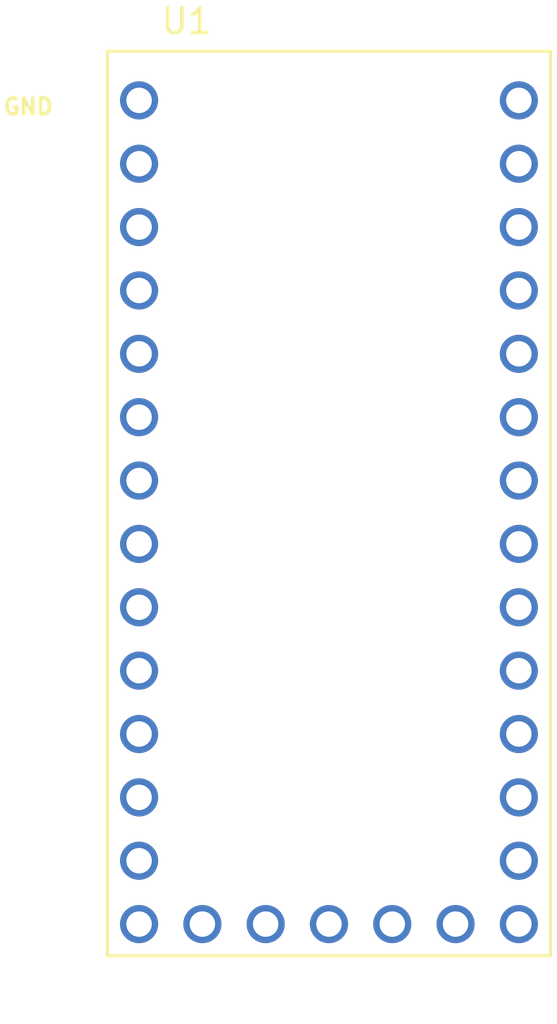
<source format=kicad_pcb>
(kicad_pcb (version 20211014) (generator pcbnew)
  (layers (0 "F.Cu" signal) (31 "B.Cu" signal) (34 "B.Paste" user) (35 "F.Paste" user) (36 "B.SilkS" user "B.Silkscreen") (37 "F.SilkS" user "F.Silkscreen") (38 "B.Mask" user) (39 "F.Mask" user) (44 "Edge.Cuts" user))
  (net 0 "")
  (footprint "DEV-15583:MODULE_DEV-15583" (layer "F.Cu") (at 135 106)
    (fp_text reference "U1" (at -5.715 -19.685) (layer "F.SilkS"))
    (fp_text value "DEV-15583")
    (fp_text user "GND" (at -12.065 -16.256) (layer "F.SilkS") (effects (font (size 0.64 0.64))))
    (fp_line (start -8.89 -18.48) (end 8.89 -18.48) (layer "F.SilkS") (width 0.127))
    (fp_line (start 8.89 -18.48) (end 8.89 17.78) (layer "F.SilkS") (width 0.127))
    (fp_line (start -8.89 17.78) (end -8.89 -18.48) (layer "F.SilkS") (width 0.127))
    (fp_line (start 8.89 17.78) (end -8.89 17.78) (layer "F.SilkS") (width 0.127))
    (pad "0" thru_hole circle locked (at -7.62 -13.97) (size 1.53 1.53) (drill 1.02) (layers *.Cu *.Mask))
    (pad "1" thru_hole circle locked (at -7.62 -11.43) (size 1.53 1.53) (drill 1.02) (layers *.Cu *.Mask))
    (pad "2" thru_hole circle locked (at -7.62 -8.89) (size 1.53 1.53) (drill 1.02) (layers *.Cu *.Mask))
    (pad "3" thru_hole circle locked (at -7.62 -6.35) (size 1.53 1.53) (drill 1.02) (layers *.Cu *.Mask))
    (pad "3.3V_1" thru_hole circle locked (at -2.54 16.51) (size 1.53 1.53) (drill 1.02) (layers *.Cu *.Mask))
    (pad "3.3V_2" thru_hole circle locked (at 7.62 -11.43) (size 1.53 1.53) (drill 1.02) (layers *.Cu *.Mask))
    (pad "4" thru_hole circle locked (at -7.62 -3.81) (size 1.53 1.53) (drill 1.02) (layers *.Cu *.Mask))
    (pad "5" thru_hole circle locked (at -7.62 -1.27) (size 1.53 1.53) (drill 1.02) (layers *.Cu *.Mask))
    (pad "6" thru_hole circle locked (at -7.62 1.27) (size 1.53 1.53) (drill 1.02) (layers *.Cu *.Mask))
    (pad "7" thru_hole circle locked (at -7.62 3.81) (size 1.53 1.53) (drill 1.02) (layers *.Cu *.Mask))
    (pad "8" thru_hole circle locked (at -7.62 6.35) (size 1.53 1.53) (drill 1.02) (layers *.Cu *.Mask))
    (pad "9" thru_hole circle locked (at -7.62 8.89) (size 1.53 1.53) (drill 1.02) (layers *.Cu *.Mask))
    (pad "10" thru_hole circle locked (at -7.62 11.43) (size 1.53 1.53) (drill 1.02) (layers *.Cu *.Mask))
    (pad "11" thru_hole circle locked (at -7.62 13.97) (size 1.53 1.53) (drill 1.02) (layers *.Cu *.Mask))
    (pad "12" thru_hole circle locked (at -7.62 16.51) (size 1.53 1.53) (drill 1.02) (layers *.Cu *.Mask))
    (pad "13" thru_hole circle locked (at 7.62 16.51) (size 1.53 1.53) (drill 1.02) (layers *.Cu *.Mask))
    (pad "14" thru_hole circle locked (at 7.62 13.97) (size 1.53 1.53) (drill 1.02) (layers *.Cu *.Mask))
    (pad "15" thru_hole circle locked (at 7.62 11.43) (size 1.53 1.53) (drill 1.02) (layers *.Cu *.Mask))
    (pad "16" thru_hole circle locked (at 7.62 8.89) (size 1.53 1.53) (drill 1.02) (layers *.Cu *.Mask))
    (pad "17" thru_hole circle locked (at 7.62 6.35) (size 1.53 1.53) (drill 1.02) (layers *.Cu *.Mask))
    (pad "18" thru_hole circle locked (at 7.62 3.81) (size 1.53 1.53) (drill 1.02) (layers *.Cu *.Mask))
    (pad "19" thru_hole circle locked (at 7.62 1.27) (size 1.53 1.53) (drill 1.02) (layers *.Cu *.Mask))
    (pad "20" thru_hole circle locked (at 7.62 -1.27) (size 1.53 1.53) (drill 1.02) (layers *.Cu *.Mask))
    (pad "21" thru_hole circle locked (at 7.62 -3.81) (size 1.53 1.53) (drill 1.02) (layers *.Cu *.Mask))
    (pad "22" thru_hole circle locked (at 7.62 -6.35) (size 1.53 1.53) (drill 1.02) (layers *.Cu *.Mask))
    (pad "23" thru_hole circle locked (at 7.62 -8.89) (size 1.53 1.53) (drill 1.02) (layers *.Cu *.Mask))
    (pad "G1" thru_hole circle locked (at -7.62 -16.51) (size 1.53 1.53) (drill 1.02) (layers *.Cu *.Mask))
    (pad "G2" thru_hole circle locked (at 0 16.51) (size 1.53 1.53) (drill 1.02) (layers *.Cu *.Mask))
    (pad "G3" thru_hole circle locked (at 7.62 -13.97) (size 1.53 1.53) (drill 1.02) (layers *.Cu *.Mask))
    (pad "ON-OFF" thru_hole circle locked (at 5.08 16.51) (size 1.53 1.53) (drill 1.02) (layers *.Cu *.Mask))
    (pad "PGM" thru_hole circle locked (at 2.54 16.51) (size 1.53 1.53) (drill 1.02) (layers *.Cu *.Mask))
    (pad "VBAT" thru_hole circle locked (at -5.08 16.51) (size 1.53 1.53) (drill 1.02) (layers *.Cu *.Mask))
    (pad "VIN" thru_hole circle locked (at 7.62 -16.51) (size 1.53 1.53) (drill 1.02) (layers *.Cu *.Mask))
  )
)
</source>
